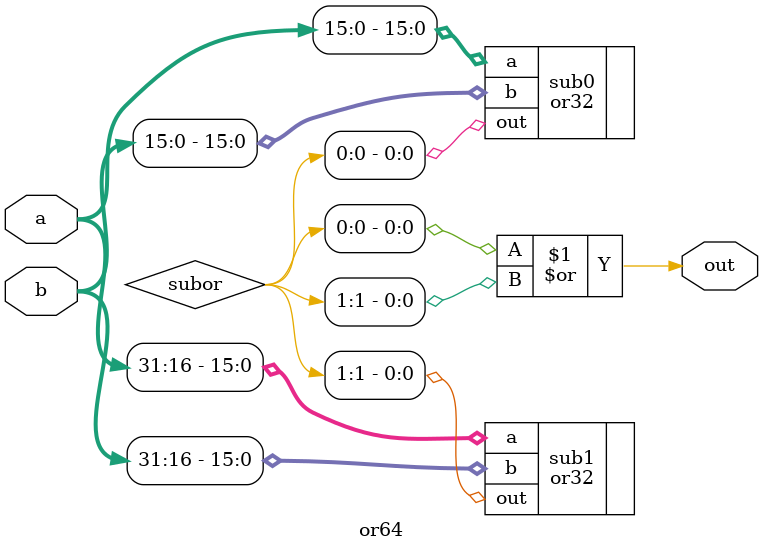
<source format=v>
module or64 (a, b, out);
    
    input [31:0] a;
    input [31:0] b;
    
    output out;
    
    wire [1:0] subor;
    
    or32 sub0 (.a(a[15:0]), .b(b[15:0]), .out(subor[0]));
    or32 sub1 (.a(a[31:16]), .b(b[31:16]), .out(subor[1]));
    
    assign out = subor[0] | subor[1];
    
endmodule

</source>
